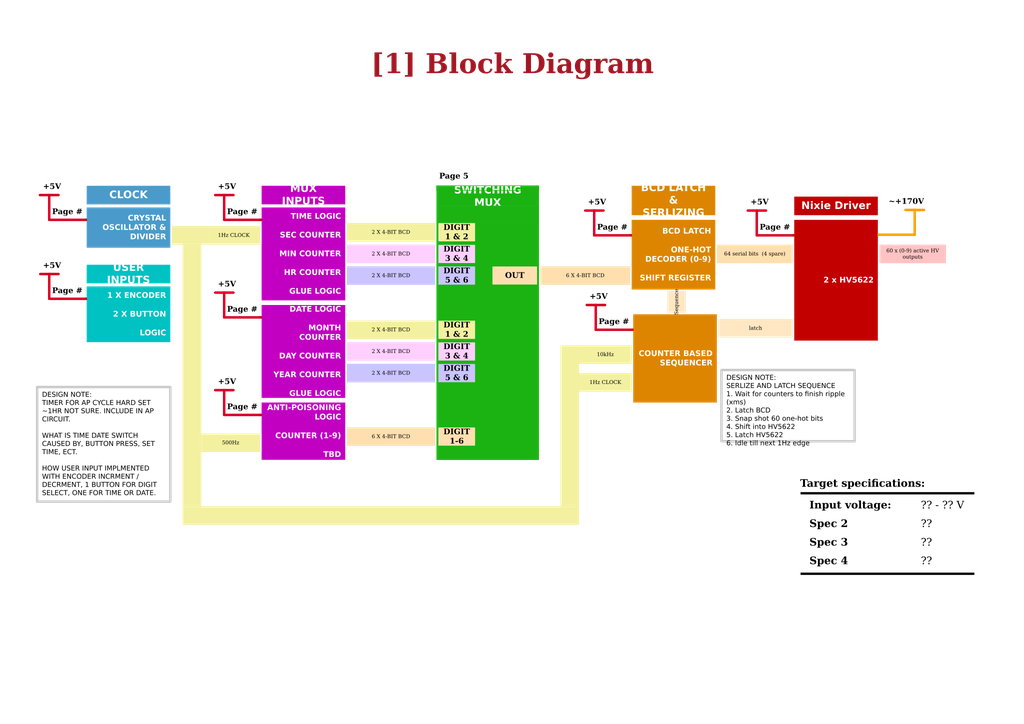
<source format=kicad_sch>
(kicad_sch
	(version 20250114)
	(generator "eeschema")
	(generator_version "9.0")
	(uuid "d4440dba-022e-49b2-97f2-6fc1871c7304")
	(paper "A3")
	(title_block
		(title "Block Diagram")
		(date "2025-01-12")
		(rev "${REVISION}")
		(company "${COMPANY}")
	)
	(lib_symbols)
	(rectangle
		(start 258.445 96.139)
		(end 259.08 96.901)
		(stroke
			(width 0.25)
			(type solid)
			(color 194 0 0 1)
		)
		(fill
			(type color)
			(color 194 0 0 1)
		)
		(uuid 06a90da7-9a86-4843-9c8a-d187caf814ab)
	)
	(rectangle
		(start -42.418 63.119)
		(end -41.783 63.881)
		(stroke
			(width 0.25)
			(type solid)
			(color 255 153 0 1)
		)
		(fill
			(type color)
			(color 255 153 0 1)
		)
		(uuid 12a8f300-c059-4689-9da2-e775c9b7b222)
	)
	(rectangle
		(start 201.93 116.84)
		(end 220.345 183.515)
		(stroke
			(width 0)
			(type default)
			(color 26 179 18 1)
		)
		(fill
			(type color)
			(color 26 179 18 1)
		)
		(uuid 184d4c8d-69e2-411d-8aa5-786395eeddab)
	)
	(rectangle
		(start 179.07 76.2)
		(end 220.98 78.105)
		(stroke
			(width 0.254)
			(type default)
			(color 26 179 18 1)
		)
		(fill
			(type color)
			(color 26 179 18 1)
		)
		(uuid 1c38ab9f-78ac-4525-a905-692b68e0d7be)
	)
	(rectangle
		(start 34.925 122.174)
		(end 35.56 122.936)
		(stroke
			(width 0.25)
			(type solid)
			(color 194 0 0 1)
		)
		(fill
			(type color)
			(color 194 0 0 1)
		)
		(uuid 1ce6bc3d-6cf6-426b-aac5-6f63634d0420)
	)
	(rectangle
		(start 360.045 95.885)
		(end 360.68 96.647)
		(stroke
			(width 0.25)
			(type solid)
			(color 255 153 0 1)
		)
		(fill
			(type color)
			(color 255 153 0 1)
		)
		(uuid 273dad30-1f13-4382-9856-ea5127a4a64b)
	)
	(rectangle
		(start 179.705 116.84)
		(end 220.345 131.445)
		(stroke
			(width 0)
			(type default)
			(color 26 179 18 1)
		)
		(fill
			(type color)
			(color 26 179 18 1)
		)
		(uuid 33939e83-1742-40c8-b78d-5af3b914ab31)
	)
	(rectangle
		(start -59.055 179.959)
		(end -58.42 180.721)
		(stroke
			(width 0.25)
			(type default)
			(color 162 155 0 1)
		)
		(fill
			(type color)
			(color 162 155 0 1)
		)
		(uuid 3b840477-c973-44d9-8a43-b3feac50c6bc)
	)
	(rectangle
		(start 220.345 76.2)
		(end 220.98 188.595)
		(stroke
			(width 0)
			(type default)
			(color 26 179 18 1)
		)
		(fill
			(type color)
			(color 26 179 18 1)
		)
		(uuid 43ad7506-e0d7-49b6-972c-517451df1dd9)
	)
	(rectangle
		(start -73.787 63.119)
		(end -73.152 63.881)
		(stroke
			(width 0.25)
			(type solid)
			(color 194 0 194 1)
		)
		(fill
			(type color)
			(color 194 0 194 1)
		)
		(uuid 4c6cb9bc-6ebc-49a3-893d-9406d03eb74b)
	)
	(rectangle
		(start 179.705 182.88)
		(end 220.345 188.595)
		(stroke
			(width 0)
			(type default)
			(color 26 179 18 1)
		)
		(fill
			(type color)
			(color 26 179 18 1)
		)
		(uuid 5b8a041f-77a3-4fa3-8060-556bb091b3c3)
	)
	(rectangle
		(start 106.68 169.799)
		(end 107.315 170.561)
		(stroke
			(width 0.25)
			(type solid)
			(color 194 0 0 1)
		)
		(fill
			(type color)
			(color 194 0 0 1)
		)
		(uuid 68b86a88-9a2a-4b84-96e0-774369b298d9)
	)
	(rectangle
		(start 259.08 134.874)
		(end 259.715 135.636)
		(stroke
			(width 0.25)
			(type solid)
			(color 194 0 0 1)
		)
		(fill
			(type color)
			(color 194 0 0 1)
		)
		(uuid 69dc4566-730b-4a9b-a2a7-5343808baa86)
	)
	(rectangle
		(start -73.025 74.93)
		(end -42.545 90.17)
		(stroke
			(width 0)
			(type default)
			(color 255 200 0 0.5019607843)
		)
		(fill
			(type color)
			(color 255 200 0 0.5019607843)
		)
		(uuid 6d27083e-baf9-459e-b0dc-430395e74362)
	)
	(rectangle
		(start 34.925 89.789)
		(end 35.56 90.551)
		(stroke
			(width 0.25)
			(type solid)
			(color 194 0 0 1)
		)
		(fill
			(type color)
			(color 194 0 0 1)
		)
		(uuid 70402685-b75b-4b36-9a72-62f7d7d97bb6)
	)
	(rectangle
		(start 179.705 107.95)
		(end 220.345 109.22)
		(stroke
			(width 0)
			(type default)
			(color 26 179 18 1)
		)
		(fill
			(type color)
			(color 26 179 18 1)
		)
		(uuid 74c5f5ac-510e-4c99-8e0e-ca2d145a7687)
	)
	(rectangle
		(start 194.945 91.44)
		(end 201.93 182.88)
		(stroke
			(width 0)
			(type default)
			(color 26 179 18 1)
		)
		(fill
			(type color)
			(color 26 179 18 1)
		)
		(uuid 79f3f361-d24a-482c-aac4-fcbedc64941e)
	)
	(rectangle
		(start 179.705 147.955)
		(end 220.345 149.225)
		(stroke
			(width 0)
			(type default)
			(color 26 179 18 1)
		)
		(fill
			(type color)
			(color 26 179 18 1)
		)
		(uuid 805cb107-c99d-4c0b-abe8-aaa26bb57a4d)
	)
	(rectangle
		(start -80.645 48.26)
		(end -34.925 96.52)
		(stroke
			(width 1.27)
			(type default)
			(color 200 200 200 1)
		)
		(fill
			(type none)
		)
		(uuid 897139e0-9c3f-4923-b42e-05cc6d59978b)
	)
	(rectangle
		(start -90.043 85.09)
		(end -89.027 85.852)
		(stroke
			(width 0.001)
			(type default)
			(color 0 0 0 1)
		)
		(fill
			(type color)
			(color 0 0 0 1)
		)
		(uuid 8fb245d6-696e-46a9-aee0-fc71b1bd2811)
	)
	(rectangle
		(start -73.787 82.169)
		(end -73.152 82.931)
		(stroke
			(width 0.25)
			(type solid)
			(color 194 0 194 1)
		)
		(fill
			(type color)
			(color 194 0 194 1)
		)
		(uuid 926c14cd-51d6-4183-83aa-3acd3f364634)
	)
	(rectangle
		(start 328.422 234.95)
		(end 399.542 235.712)
		(stroke
			(width 0)
			(type default)
			(color 0 0 0 1)
		)
		(fill
			(type color)
			(color 0 0 0 1)
		)
		(uuid 96358351-64fb-49b9-98d4-c975a586b1c3)
	)
	(rectangle
		(start 179.705 139.065)
		(end 220.345 140.335)
		(stroke
			(width 0)
			(type default)
			(color 26 179 18 1)
		)
		(fill
			(type color)
			(color 26 179 18 1)
		)
		(uuid 9f003ee0-d678-41c9-8943-8984c9b88122)
	)
	(rectangle
		(start 179.705 156.845)
		(end 220.345 175.26)
		(stroke
			(width 0)
			(type default)
			(color 26 179 18 1)
		)
		(fill
			(type color)
			(color 26 179 18 1)
		)
		(uuid a0829d77-6f0d-4b5f-a234-3cb3747f5655)
	)
	(rectangle
		(start -42.418 82.169)
		(end -41.783 82.931)
		(stroke
			(width 0.25)
			(type default)
			(color 212 0 32 1)
		)
		(fill
			(type color)
			(color 212 0 32 1)
		)
		(uuid b511ed02-73dc-4aca-8856-32e3a0e7b2bd)
	)
	(rectangle
		(start 106.68 129.794)
		(end 107.315 130.556)
		(stroke
			(width 0.25)
			(type solid)
			(color 194 0 0 1)
		)
		(fill
			(type color)
			(color 194 0 0 1)
		)
		(uuid b9f2e5ef-b700-4338-83f0-642e7313af39)
	)
	(circle
		(center -89.535 82.55)
		(radius 1.016)
		(stroke
			(width 0)
			(type default)
			(color 198 71 194 1)
		)
		(fill
			(type color)
			(color 198 71 194 1)
		)
		(uuid c30887ce-e8b0-4e61-8035-f856b5a10339)
	)
	(rectangle
		(start 328.422 201.93)
		(end 399.542 202.692)
		(stroke
			(width 0)
			(type default)
			(color 0 0 0 1)
		)
		(fill
			(type color)
			(color 0 0 0 1)
		)
		(uuid ca4906af-4562-456f-b79d-f6f2c9056c36)
	)
	(rectangle
		(start -73.025 55.88)
		(end -42.545 71.12)
		(stroke
			(width 0)
			(type default)
			(color 255 200 0 0.5019607843)
		)
		(fill
			(type color)
			(color 255 200 0 0.5019607843)
		)
		(uuid d13c4f55-d46a-439a-a208-cbdf66d39a09)
	)
	(rectangle
		(start 179.705 99.06)
		(end 220.345 100.33)
		(stroke
			(width 0)
			(type default)
			(color 26 179 18 1)
		)
		(fill
			(type color)
			(color 26 179 18 1)
		)
		(uuid d638a22e-ba23-482a-bc2c-e646a4f2119d)
	)
	(rectangle
		(start 179.07 76.2)
		(end 179.705 188.595)
		(stroke
			(width 0)
			(type default)
			(color 26 179 18 1)
		)
		(fill
			(type color)
			(color 26 179 18 1)
		)
		(uuid dc9ef58a-3544-4871-98b7-f59b2deb6c2b)
	)
	(rectangle
		(start 201.93 91.44)
		(end 220.345 107.95)
		(stroke
			(width 0)
			(type default)
			(color 26 179 18 1)
		)
		(fill
			(type color)
			(color 26 179 18 1)
		)
		(uuid e30c19e9-67d6-4732-9ed7-5e02fda8622b)
	)
	(arc
		(start 231.14 113.03)
		(mid 231.14 113.03)
		(end 231.14 113.03)
		(stroke
			(width 0)
			(type default)
		)
		(fill
			(type none)
		)
		(uuid e91c3dd4-8c48-4760-b3e6-fb8a0aaf30fa)
	)
	(rectangle
		(start 325.12 96.139)
		(end 325.755 96.901)
		(stroke
			(width 0.25)
			(type solid)
			(color 194 0 0 1)
		)
		(fill
			(type color)
			(color 194 0 0 1)
		)
		(uuid eb924bb9-d4a1-48f0-8e8b-19adc91e1f01)
	)
	(rectangle
		(start 106.68 89.789)
		(end 107.315 90.551)
		(stroke
			(width 0.25)
			(type solid)
			(color 194 0 0 1)
		)
		(fill
			(type color)
			(color 194 0 0 1)
		)
		(uuid f29c5093-d601-4cf9-930c-aa7a1d80ce89)
	)
	(rectangle
		(start 179.705 84.455)
		(end 220.98 91.44)
		(stroke
			(width 0)
			(type default)
			(color 26 179 18 1)
		)
		(fill
			(type color)
			(color 26 179 18 1)
		)
		(uuid f6ac3050-3d82-4a34-858d-91b5402f431f)
	)
	(circle
		(center -89.535 63.5)
		(radius 1.016)
		(stroke
			(width 0)
			(type default)
			(color 198 71 194 1)
		)
		(fill
			(type color)
			(color 198 71 194 1)
		)
		(uuid fb962045-e3ad-427d-8e13-7189ce103507)
	)
	(text "+5V"
		(exclude_from_sim no)
		(at 241.173 85.09 0)
		(effects
			(font
				(face "Times New Roman")
				(size 2.286 2.286)
				(thickness 0.4572)
				(bold yes)
				(color 0 0 0 1)
			)
			(justify left bottom)
		)
		(uuid "03be31ff-671c-4c54-aa03-c272c3efeba5")
	)
	(text "+12V"
		(exclude_from_sim no)
		(at -94.615 52.07 0)
		(effects
			(font
				(face "Times New Roman")
				(size 2.286 2.286)
				(thickness 0.4572)
				(bold yes)
				(color 0 0 0 1)
			)
			(justify left bottom)
		)
		(uuid "101bf075-2779-4382-8921-8033e4839d29")
	)
	(text "+5V"
		(exclude_from_sim no)
		(at 89.408 78.74 0)
		(effects
			(font
				(face "Times New Roman")
				(size 2.286 2.286)
				(thickness 0.4572)
				(bold yes)
				(color 0 0 0 1)
			)
			(justify left bottom)
		)
		(uuid "39341b2a-1021-4196-8cb1-5d1afed5b85e")
	)
	(text "+5V"
		(exclude_from_sim no)
		(at 307.848 85.09 0)
		(effects
			(font
				(face "Times New Roman")
				(size 2.286 2.286)
				(thickness 0.4572)
				(bold yes)
				(color 0 0 0 1)
			)
			(justify left bottom)
		)
		(uuid "48c5ec7f-e7eb-442c-8af0-a6cb155673c2")
	)
	(text "DESIGN CONSIDERATIONS"
		(exclude_from_sim no)
		(at 24.13 -48.26 0)
		(effects
			(font
				(face "Arial")
				(size 5 5)
				(bold yes)
				(color 53 60 207 1)
			)
			(justify left bottom)
		)
		(uuid "664f50ee-7027-4085-a7e7-a85f0dd7b2b1")
	)
	(text "+A3V3"
		(exclude_from_sim no)
		(at -80.645 172.085 0)
		(effects
			(font
				(face "Times New Roman")
				(size 2.286 2.286)
				(thickness 0.4572)
				(bold yes)
				(color 0 0 0 1)
			)
			(justify left bottom)
		)
		(uuid "7cb39811-7e9e-4b6a-b7ed-352cfdbf227b")
	)
	(text "+5V"
		(exclude_from_sim no)
		(at 17.653 111.125 0)
		(effects
			(font
				(face "Times New Roman")
				(size 2.286 2.286)
				(thickness 0.4572)
				(bold yes)
				(color 0 0 0 1)
			)
			(justify left bottom)
		)
		(uuid "89127412-fe4a-42e4-bab3-c545ee7b32c4")
	)
	(text "+5V"
		(exclude_from_sim no)
		(at -24.765 71.12 0)
		(effects
			(font
				(face "Times New Roman")
				(size 2.286 2.286)
				(thickness 0.4572)
				(bold yes)
				(color 0 0 0 1)
			)
			(justify right bottom)
		)
		(uuid "ad6e3829-3684-4af1-9a28-ced841b0c880")
	)
	(text "+5V"
		(exclude_from_sim no)
		(at 17.653 78.74 0)
		(effects
			(font
				(face "Times New Roman")
				(size 2.286 2.286)
				(thickness 0.4572)
				(bold yes)
				(color 0 0 0 1)
			)
			(justify left bottom)
		)
		(uuid "c97acf93-22ac-44f7-a785-c33eecbc5677")
	)
	(text "+5V"
		(exclude_from_sim no)
		(at 89.408 158.75 0)
		(effects
			(font
				(face "Times New Roman")
				(size 2.286 2.286)
				(thickness 0.4572)
				(bold yes)
				(color 0 0 0 1)
			)
			(justify left bottom)
		)
		(uuid "c9a4eaa4-0a86-45c2-9ad2-92484d5dc68c")
	)
	(text "+5V"
		(exclude_from_sim no)
		(at 89.408 118.745 0)
		(effects
			(font
				(face "Times New Roman")
				(size 2.286 2.286)
				(thickness 0.4572)
				(bold yes)
				(color 0 0 0 1)
			)
			(justify left bottom)
		)
		(uuid "da08e3b8-0ff9-4bc6-9292-2aab6ca4a80b")
	)
	(text "~+170V"
		(exclude_from_sim no)
		(at 378.968 84.836 0)
		(effects
			(font
				(face "Times New Roman")
				(size 2.286 2.286)
				(thickness 0.4572)
				(bold yes)
				(color 0 0 0 1)
			)
			(justify right bottom)
		)
		(uuid "eccb7405-8924-48c7-84a7-84602260a3b9")
	)
	(text "+5V"
		(exclude_from_sim no)
		(at 241.808 123.825 0)
		(effects
			(font
				(face "Times New Roman")
				(size 2.286 2.286)
				(thickness 0.4572)
				(bold yes)
				(color 0 0 0 1)
			)
			(justify left bottom)
		)
		(uuid "f5ed18c5-07cc-42a1-9140-04347d94a35e")
	)
	(text "~+170V"
		(exclude_from_sim no)
		(at -23.495 52.07 0)
		(effects
			(font
				(face "Times New Roman")
				(size 2.286 2.286)
				(thickness 0.4572)
				(bold yes)
				(color 0 0 0 1)
			)
			(justify right bottom)
		)
		(uuid "f6a5ad4b-42cb-4635-94fa-d83f0234055d")
	)
	(text_box ""
		(exclude_from_sim no)
		(at 74.93 207.645 0)
		(size 162.56 7.62)
		(margins 1.7144 1.7144 1.7144 1.7144)
		(stroke
			(width -0.0001)
			(type solid)
		)
		(fill
			(type color)
			(color 243 240 160 1)
		)
		(effects
			(font
				(face "Times New Roman")
				(size 1.524 1.524)
				(italic yes)
				(color 0 0 0 1)
			)
		)
		(uuid "053416e3-af94-4a7f-b7e9-b12bd7f3d421")
	)
	(text_box "2 x HV5622"
		(exclude_from_sim no)
		(at 325.755 90.17 0)
		(size 34.29 49.53)
		(margins 1.7144 1.7144 1.7144 1.7144)
		(stroke
			(width -0.0001)
			(type solid)
		)
		(fill
			(type color)
			(color 194 0 0 1)
		)
		(effects
			(font
				(face "Arial")
				(size 2.286 2.286)
				(bold yes)
				(color 255 255 255 1)
			)
			(justify right)
		)
		(uuid "075e9859-4258-4e2f-9401-17a638ee67f7")
	)
	(text_box "10kHz"
		(exclude_from_sim no)
		(at 237.49 141.605 0)
		(size 21.59 7.62)
		(margins 1.7144 1.7144 1.7144 1.7144)
		(stroke
			(width -0.0001)
			(type solid)
		)
		(fill
			(type color)
			(color 243 240 160 1)
		)
		(effects
			(font
				(face "Times New Roman")
				(size 1.524 1.524)
				(italic yes)
				(color 0 0 0 1)
			)
		)
		(uuid "07602909-744f-4055-990b-5ad515bd2bab")
	)
	(text_box "BCD LATCH & SERLIZING "
		(exclude_from_sim no)
		(at 259.08 76.2 0)
		(size 34.29 12.065)
		(margins 2.2859 2.2859 2.2859 2.2859)
		(stroke
			(width -0.0001)
			(type solid)
		)
		(fill
			(type color)
			(color 221 133 0 1)
		)
		(effects
			(font
				(face "Arial")
				(size 3.048 3.048)
				(bold yes)
				(color 255 255 255 1)
			)
		)
		(uuid "08792924-1597-48a7-a535-4ea702d4e92a")
	)
	(text_box "DESIGN NOTE:\nExample text for informational design notes."
		(exclude_from_sim no)
		(at 24.13 -45.085 0)
		(size 30.48 20.32)
		(margins 2 2 2 2)
		(stroke
			(width 1)
			(type solid)
			(color 200 200 200 1)
		)
		(fill
			(type none)
		)
		(effects
			(font
				(face "Arial")
				(size 2 2)
				(color 0 0 0 1)
			)
			(justify left top)
		)
		(uuid "093dfa21-71e6-46dd-9a96-20d2a444c1cf")
	)
	(text_box "Spec 4"
		(exclude_from_sim no)
		(at 329.692 226.06 0)
		(size 44.45 7.62)
		(margins 2.2859 2.2859 2.2859 2.2859)
		(stroke
			(width -0.0001)
			(type default)
		)
		(fill
			(type none)
		)
		(effects
			(font
				(face "Times New Roman")
				(size 3.048 3.048)
				(thickness 0.4572)
				(bold yes)
				(color 0 0 0 1)
			)
			(justify left top)
		)
		(uuid "0b8fa12d-be48-46d8-a337-f14f24e9a703")
	)
	(text_box "\nBLOCK B\nBLOCK C\n\nBLOCK D"
		(exclude_from_sim no)
		(at -58.42 158.75 0)
		(size 34.29 26.67)
		(margins 1.7144 1.7144 1.7144 1.7144)
		(stroke
			(width -0.0001)
			(type default)
		)
		(fill
			(type color)
			(color 74 155 203 1)
		)
		(effects
			(font
				(face "Arial")
				(size 2.286 2.286)
				(bold yes)
				(color 255 255 255 1)
			)
			(justify right)
		)
		(uuid "0ca6e80b-6bc5-4e32-b003-d47921d4eb4e")
	)
	(text_box "DESIGN NOTE:\nTIMER FOR AP CYCLE HARD SET ~1HR NOT SURE. INCLUDE IN AP CIRCUIT.\n\nWHAT IS TIME DATE SWITCH CAUSED BY, BUTTON PRESS, SET TIME, ECT.\n\nHOW USER INPUT IMPLMENTED WITH ENCODER INCRMENT / DECRMENT, 1 BUTTON FOR DIGIT SELECT, ONE FOR TIME OR DATE."
		(exclude_from_sim no)
		(at 15.24 158.75 0)
		(size 54.61 46.99)
		(margins 2 2 2 2)
		(stroke
			(width 1)
			(type solid)
			(color 200 200 200 1)
		)
		(fill
			(type none)
		)
		(effects
			(font
				(face "Arial")
				(size 2 2)
				(color 0 0 0 1)
			)
			(justify left top)
		)
		(uuid "0d69c6a1-bc4d-45b4-b52e-70a9645d5bcb")
	)
	(text_box ""
		(exclude_from_sim no)
		(at 70.485 92.71 0)
		(size 14.605 7.62)
		(margins 1.7144 1.7144 1.7144 1.7144)
		(stroke
			(width -0.0001)
			(type solid)
		)
		(fill
			(type color)
			(color 243 240 160 1)
		)
		(effects
			(font
				(face "Times New Roman")
				(size 1.524 1.524)
				(italic yes)
				(color 0 0 0 1)
			)
		)
		(uuid "0e5f91dd-acae-4d5d-90f5-0fe2d3de6dba")
	)
	(text_box "1Hz CLOCK"
		(exclude_from_sim no)
		(at 237.49 153.035 0)
		(size 21.59 7.62)
		(margins 1.7144 1.7144 1.7144 1.7144)
		(stroke
			(width -0.0001)
			(type solid)
		)
		(fill
			(type color)
			(color 243 240 160 1)
		)
		(effects
			(font
				(face "Times New Roman")
				(size 1.524 1.524)
				(italic yes)
				(color 0 0 0 1)
			)
		)
		(uuid "111ba726-a3f1-4cd9-9d0f-7f1b940468c2")
	)
	(text_box "Page #"
		(exclude_from_sim no)
		(at 17.78 116.205 0)
		(size 17.78 5.08)
		(margins 1.7144 1.7144 1.7144 1.7144)
		(stroke
			(width -0.0001)
			(type default)
		)
		(fill
			(type none)
		)
		(effects
			(font
				(face "Times New Roman")
				(size 2.286 2.286)
				(thickness 0.4572)
				(bold yes)
				(color 0 0 0 1)
			)
			(justify right top)
		)
		(uuid "15642135-ee5d-4fbb-9a86-3d4a03d1441e")
	)
	(text_box "?? - ?? V"
		(exclude_from_sim no)
		(at 375.412 203.2 0)
		(size 24.13 7.62)
		(margins 2.2859 2.2859 2.2859 2.2859)
		(stroke
			(width -0.0001)
			(type default)
		)
		(fill
			(type none)
		)
		(effects
			(font
				(face "Times New Roman")
				(size 3.048 3.048)
				(color 0 0 0 1)
			)
			(justify left top)
		)
		(uuid "15dd005a-2a1f-436c-a9b8-4953c7e00daf")
	)
	(text_box "6 X 4-BIT BCD"
		(exclude_from_sim no)
		(at 221.615 109.22 0)
		(size 36.83 7.62)
		(margins 1.7144 1.7144 1.7144 1.7144)
		(stroke
			(width -0.0001)
			(type solid)
		)
		(fill
			(type color)
			(color 255 223 175 1)
		)
		(effects
			(font
				(face "Times New Roman")
				(size 1.524 1.524)
				(italic yes)
				(color 0 0 0 1)
			)
		)
		(uuid "1954c1ec-e6a2-4fa2-99ce-f30f25a00f26")
	)
	(text_box "64 serial bits  (4 spare)"
		(exclude_from_sim no)
		(at 294.005 100.33 0)
		(size 31.115 7.62)
		(margins 1.7144 1.7144 1.7144 1.7144)
		(stroke
			(width -0.0001)
			(type solid)
		)
		(fill
			(type color)
			(color 255 223 175 1)
		)
		(effects
			(font
				(face "Times New Roman")
				(size 1.524 1.524)
				(italic yes)
				(color 0 0 0 1)
			)
		)
		(uuid "19c7ea31-19bb-4ccd-bedc-916a936ac1c5")
	)
	(text_box "HV Boost\nMax xxx mA"
		(exclude_from_sim no)
		(at -70.485 58.42 0)
		(size 25.4 10.16)
		(margins 1.7144 1.7144 1.7144 1.7144)
		(stroke
			(width -0.0001)
			(type solid)
		)
		(fill
			(type none)
		)
		(effects
			(font
				(face "Arial")
				(size 2.286 2.286)
				(thickness 0.254)
				(bold yes)
				(color 0 0 0 1)
			)
			(justify left top)
		)
		(uuid "2663f24d-cd9a-4dae-a281-16b6b61253ad")
	)
	(text_box "??"
		(exclude_from_sim no)
		(at 375.412 226.06 0)
		(size 24.13 7.62)
		(margins 2.2859 2.2859 2.2859 2.2859)
		(stroke
			(width -0.0001)
			(type default)
		)
		(fill
			(type none)
		)
		(effects
			(font
				(face "Times New Roman")
				(size 3.048 3.048)
				(color 0 0 0 1)
			)
			(justify left top)
		)
		(uuid "286ce998-255c-48c3-a453-7c9a43b4377f")
	)
	(text_box "Page #"
		(exclude_from_sim no)
		(at 241.3 90.17 0)
		(size 17.78 5.08)
		(margins 1.7144 1.7144 1.7144 1.7144)
		(stroke
			(width -0.0001)
			(type default)
		)
		(fill
			(type none)
		)
		(effects
			(font
				(face "Times New Roman")
				(size 2.286 2.286)
				(thickness 0.4572)
				(bold yes)
				(color 0 0 0 1)
			)
			(justify right top)
		)
		(uuid "294be89d-c241-408d-ac82-18df9f162c65")
	)
	(text_box "DESIGN NOTE:\nExample text for debug notes."
		(exclude_from_sim no)
		(at 59.055 -45.085 0)
		(size 30.48 20.32)
		(margins 2 2 2 2)
		(stroke
			(width 1)
			(type solid)
			(color 255 165 0 1)
		)
		(fill
			(type none)
		)
		(effects
			(font
				(face "Arial")
				(size 2 2)
				(color 0 0 0 1)
			)
			(justify left top)
		)
		(uuid "2e573953-8588-471e-9f05-2baa9b304590")
	)
	(text_box "SWITCHING MUX"
		(exclude_from_sim no)
		(at 179.705 76.835 0)
		(size 40.64 7.62)
		(margins 2.2859 2.2859 2.2859 2.2859)
		(stroke
			(width -0.0001)
			(type solid)
		)
		(fill
			(type color)
			(color 26 179 18 1)
		)
		(effects
			(font
				(face "Arial")
				(size 3.048 3.048)
				(bold yes)
				(color 255 255 255 1)
			)
		)
		(uuid "303e44ee-abec-47f8-8dea-369c5a3e7105")
	)
	(text_box "BCD LATCH\n\nONE-HOT DECODER (0-9)\n\nSHIFT REGISTER"
		(exclude_from_sim no)
		(at 259.08 90.17 0)
		(size 34.29 28.575)
		(margins 1.7144 1.7144 1.7144 1.7144)
		(stroke
			(width -0.0001)
			(type solid)
		)
		(fill
			(type color)
			(color 221 133 0 1)
		)
		(effects
			(font
				(face "Arial")
				(size 2.286 2.286)
				(bold yes)
				(color 255 255 255 1)
			)
			(justify right)
		)
		(uuid "3876e24b-eb64-40f0-82f4-8ed551a76338")
	)
	(text_box "CRYSTAL OSCILLATOR & DIVIDER"
		(exclude_from_sim no)
		(at 35.56 85.09 0)
		(size 34.29 16.51)
		(margins 1.7144 1.7144 1.7144 1.7144)
		(stroke
			(width -0.0001)
			(type solid)
		)
		(fill
			(type color)
			(color 74 155 203 1)
		)
		(effects
			(font
				(face "Arial")
				(size 2.286 2.286)
				(bold yes)
				(color 255 255 255 1)
			)
			(justify right)
		)
		(uuid "3910b3f6-1cc5-449c-afe1-9650f7f39464")
	)
	(text_box "60 x (0-9) active HV outputs"
		(exclude_from_sim no)
		(at 360.68 100.33 0)
		(size 27.305 7.62)
		(margins 1.1429 1.1429 1.1429 1.1429)
		(stroke
			(width -0.0001)
			(type solid)
		)
		(fill
			(type color)
			(color 255 195 195 1)
		)
		(effects
			(font
				(face "Times New Roman")
				(size 1.524 1.524)
				(italic yes)
				(color 0 0 0 1)
			)
		)
		(uuid "3a94088b-fb0e-4e61-ac4e-4b2822eb3025")
	)
	(text_box "MUX INPUTS"
		(exclude_from_sim no)
		(at 107.315 76.2 0)
		(size 34.29 7.62)
		(margins 2.2859 2.2859 2.2859 2.2859)
		(stroke
			(width -0.0001)
			(type solid)
		)
		(fill
			(type color)
			(color 194 0 194 1)
		)
		(effects
			(font
				(face "Arial")
				(size 3.048 3.048)
				(bold yes)
				(color 255 255 255 1)
			)
		)
		(uuid "3e87b546-b6dc-4fa4-9348-4f1c2934ca37")
	)
	(text_box "Page #"
		(exclude_from_sim no)
		(at 17.78 83.82 0)
		(size 17.78 5.08)
		(margins 1.7144 1.7144 1.7144 1.7144)
		(stroke
			(width -0.0001)
			(type default)
		)
		(fill
			(type none)
		)
		(effects
			(font
				(face "Times New Roman")
				(size 2.286 2.286)
				(thickness 0.4572)
				(bold yes)
				(color 0 0 0 1)
			)
			(justify right top)
		)
		(uuid "437beeb4-8fab-4629-8a22-68c4be7a2c41")
	)
	(text_box ""
		(exclude_from_sim no)
		(at 74.93 100.33 90)
		(size 7.62 107.315)
		(margins 1.7144 1.7144 1.7144 1.7144)
		(stroke
			(width -0.0001)
			(type solid)
		)
		(fill
			(type color)
			(color 243 240 160 1)
		)
		(effects
			(font
				(face "Times New Roman")
				(size 1.524 1.524)
				(italic yes)
				(color 0 0 0 1)
			)
		)
		(uuid "450d164f-20cb-411f-ad98-7b1c88cb7647")
	)
	(text_box "DIGIT 5 & 6"
		(exclude_from_sim no)
		(at 179.705 149.225 0)
		(size 15.24 7.62)
		(margins 1.7144 1.7144 1.7144 1.7144)
		(stroke
			(width -0.0001)
			(type solid)
		)
		(fill
			(type color)
			(color 202 196 255 1)
		)
		(effects
			(font
				(face "Times New Roman")
				(size 2.286 2.286)
				(bold yes)
				(color 0 0 0 1)
			)
		)
		(uuid "455b529d-2342-41b7-ba50-14f31273f6c0")
	)
	(text_box "Page #"
		(exclude_from_sim no)
		(at 307.975 90.17 0)
		(size 17.78 5.08)
		(margins 1.7144 1.7144 1.7144 1.7144)
		(stroke
			(width -0.0001)
			(type default)
		)
		(fill
			(type none)
		)
		(effects
			(font
				(face "Times New Roman")
				(size 2.286 2.286)
				(thickness 0.4572)
				(bold yes)
				(color 0 0 0 1)
			)
			(justify right top)
		)
		(uuid "506c17c2-9ed0-4dd5-871a-fbc99df35ab8")
	)
	(text_box "Page #"
		(exclude_from_sim no)
		(at 89.535 163.83 0)
		(size 17.78 5.08)
		(margins 1.7144 1.7144 1.7144 1.7144)
		(stroke
			(width -0.0001)
			(type default)
		)
		(fill
			(type none)
		)
		(effects
			(font
				(face "Times New Roman")
				(size 2.286 2.286)
				(thickness 0.4572)
				(bold yes)
				(color 0 0 0 1)
			)
			(justify right top)
		)
		(uuid "5b1d78d2-13b4-4123-9d5c-f13da0f08025")
	)
	(text_box "Port Name"
		(exclude_from_sim no)
		(at -66.04 249.555 0)
		(size 31.75 7.62)
		(margins 1.7144 1.7144 1.7144 1.7144)
		(stroke
			(width -0.0001)
			(type default)
		)
		(fill
			(type color)
			(color 243 240 160 1)
		)
		(effects
			(font
				(face "Times New Roman")
				(size 2.286 2.286)
				(italic yes)
				(color 0 0 0 1)
			)
		)
		(uuid "5ce5a322-8350-4910-8fa8-1f7f1d462e6a")
	)
	(text_box "Sequence"
		(exclude_from_sim no)
		(at 273.685 119.38 90)
		(size 7.62 8.89)
		(margins 1.1429 1.1429 1.1429 1.1429)
		(stroke
			(width -0.0001)
			(type solid)
		)
		(fill
			(type color)
			(color 255 231 195 1)
		)
		(effects
			(font
				(face "Times New Roman")
				(size 1.524 1.524)
				(italic yes)
				(color 0 0 0 1)
			)
		)
		(uuid "5f4a2d80-9818-43e5-9ca8-d8665fb36805")
	)
	(text_box "Page #"
		(exclude_from_sim no)
		(at 89.535 123.825 0)
		(size 17.78 5.08)
		(margins 1.7144 1.7144 1.7144 1.7144)
		(stroke
			(width -0.0001)
			(type default)
		)
		(fill
			(type none)
		)
		(effects
			(font
				(face "Times New Roman")
				(size 2.286 2.286)
				(thickness 0.4572)
				(bold yes)
				(color 0 0 0 1)
			)
			(justify right top)
		)
		(uuid "64846197-25b0-465e-a2cb-6bd6b049e04d")
	)
	(text_box "2 X 4-BIT BCD"
		(exclude_from_sim no)
		(at 142.24 131.445 0)
		(size 36.195 7.62)
		(margins 1.7144 1.7144 1.7144 1.7144)
		(stroke
			(width -0.0001)
			(type solid)
		)
		(fill
			(type color)
			(color 243 240 160 1)
		)
		(effects
			(font
				(face "Times New Roman")
				(size 1.524 1.524)
				(italic yes)
				(color 0 0 0 1)
			)
		)
		(uuid "64ffc59d-b7f2-4d5a-93cb-fd10c6653bd2")
	)
	(text_box "LAYOUT NOTE:\nExample text for critical layout guidelines."
		(exclude_from_sim no)
		(at 163.83 -45.085 0)
		(size 30.48 20.32)
		(margins 2.25 2.25 2.25 2.25)
		(stroke
			(width 1.5)
			(type solid)
			(color 0 0 255 1)
		)
		(fill
			(type none)
		)
		(effects
			(font
				(face "Arial")
				(size 2 2)
				(thickness 0.4)
				(bold yes)
				(color 0 0 255 1)
			)
			(justify left top)
		)
		(uuid "6ac9a1f3-1f43-4462-8329-a7c0d058ebf8")
	)
	(text_box "Page #"
		(exclude_from_sim no)
		(at 89.535 83.82 0)
		(size 17.78 5.08)
		(margins 1.7144 1.7144 1.7144 1.7144)
		(stroke
			(width -0.0001)
			(type default)
		)
		(fill
			(type none)
		)
		(effects
			(font
				(face "Times New Roman")
				(size 2.286 2.286)
				(thickness 0.4572)
				(bold yes)
				(color 0 0 0 1)
			)
			(justify right top)
		)
		(uuid "6f4df2c0-b2b2-4d40-9a35-d9418bb2bb1d")
	)
	(text_box "Page #"
		(exclude_from_sim no)
		(at -76.2 186.69 0)
		(size 17.78 5.08)
		(margins 1.7144 1.7144 1.7144 1.7144)
		(stroke
			(width -0.0001)
			(type default)
		)
		(fill
			(type none)
		)
		(effects
			(font
				(face "Times New Roman")
				(size 2.286 2.286)
				(thickness 0.4572)
				(bold yes)
				(color 0 0 0 1)
			)
			(justify right top)
			(href "#")
		)
		(uuid "71234750-6a94-4706-b48c-45e77bb2fa83")
	)
	(text_box "COUNTER BASED SEQUENCER"
		(exclude_from_sim no)
		(at 259.715 128.905 0)
		(size 34.29 36.195)
		(margins 1.7144 1.7144 1.7144 1.7144)
		(stroke
			(width -0.0001)
			(type solid)
		)
		(fill
			(type color)
			(color 221 133 0 1)
		)
		(effects
			(font
				(face "Arial")
				(size 2.286 2.286)
				(bold yes)
				(color 255 255 255 1)
			)
			(justify right)
		)
		(uuid "7353f8db-da3f-407d-83ab-422559c4d15e")
	)
	(text_box "[${#}] ${TITLE}"
		(exclude_from_sim no)
		(at 144.78 20.32 0)
		(size 130.81 12.7)
		(margins 5.9999 5.9999 5.9999 5.9999)
		(stroke
			(width -0.0001)
			(type default)
		)
		(fill
			(type none)
		)
		(effects
			(font
				(face "Times New Roman")
				(size 8 8)
				(thickness 1.2)
				(bold yes)
				(color 162 22 34 1)
			)
		)
		(uuid "73b2b29c-2473-4e80-be0b-4f57c6856c3e")
	)
	(text_box "DESIGN NOTE:\nExample text for critical design notes."
		(exclude_from_sim no)
		(at 128.905 -45.085 0)
		(size 30.48 20.32)
		(margins 2.25 2.25 2.25 2.25)
		(stroke
			(width 1.5)
			(type solid)
			(color 255 0 0 1)
		)
		(fill
			(type none)
		)
		(effects
			(font
				(face "Arial")
				(size 2 2)
				(thickness 0.4)
				(bold yes)
				(color 255 0 0 1)
			)
			(justify left top)
		)
		(uuid "7536fb3b-a1e2-44bf-b390-dceba1285053")
	)
	(text_box "??"
		(exclude_from_sim no)
		(at 375.412 210.82 0)
		(size 24.13 7.62)
		(margins 2.2859 2.2859 2.2859 2.2859)
		(stroke
			(width -0.0001)
			(type default)
		)
		(fill
			(type none)
		)
		(effects
			(font
				(face "Times New Roman")
				(size 3.048 3.048)
				(color 0 0 0 1)
			)
			(justify left top)
		)
		(uuid "79a60212-4382-435d-b74b-f889451ff3a1")
	)
	(text_box "Input voltage:"
		(exclude_from_sim no)
		(at 329.692 203.2 0)
		(size 41.91 7.62)
		(margins 2.2859 2.2859 2.2859 2.2859)
		(stroke
			(width -0.0001)
			(type default)
		)
		(fill
			(type none)
		)
		(effects
			(font
				(face "Times New Roman")
				(size 3.048 3.048)
				(thickness 0.4572)
				(bold yes)
				(color 0 0 0 1)
			)
			(justify left top)
		)
		(uuid "7a48ef1e-fc21-4f84-87ab-2b944a808bd0")
	)
	(text_box "CLOCK"
		(exclude_from_sim no)
		(at 35.56 76.2 0)
		(size 34.29 7.62)
		(margins 2.2859 2.2859 2.2859 2.2859)
		(stroke
			(width -0.0001)
			(type solid)
		)
		(fill
			(type color)
			(color 74 155 203 1)
		)
		(effects
			(font
				(face "Arial")
				(size 3.048 3.048)
				(bold yes)
				(color 255 255 255 1)
			)
		)
		(uuid "7a77dff7-2b2f-4cc0-b247-3708c3bf73e3")
	)
	(text_box "Port Name"
		(exclude_from_sim no)
		(at -114.3 246.38 0)
		(size 34.29 7.62)
		(margins 1.7144 1.7144 1.7144 1.7144)
		(stroke
			(width -0.0001)
			(type default)
		)
		(fill
			(type color)
			(color 255 207 255 1)
		)
		(effects
			(font
				(face "Times New Roman")
				(size 2.286 2.286)
				(italic yes)
				(color 0 0 0 1)
			)
		)
		(uuid "84849006-fb86-4477-a3f4-4ca49bfeb231")
	)
	(text_box "DESIGN NOTE:\nExample text for cautionary design notes."
		(exclude_from_sim no)
		(at 93.98 -45.085 0)
		(size 30.48 20.32)
		(margins 2 2 2 2)
		(stroke
			(width 1)
			(type solid)
			(color 250 236 0 1)
		)
		(fill
			(type none)
		)
		(effects
			(font
				(face "Arial")
				(size 2 2)
				(color 0 0 0 1)
			)
			(justify left top)
		)
		(uuid "84e344d2-cbd1-4d83-bed0-f10e949015d3")
	)
	(text_box "USER INPUTS"
		(exclude_from_sim no)
		(at 35.56 108.585 0)
		(size 34.29 7.62)
		(margins 2.2859 2.2859 2.2859 2.2859)
		(stroke
			(width -0.0001)
			(type solid)
		)
		(fill
			(type color)
			(color 0 194 194 1)
		)
		(effects
			(font
				(face "Arial")
				(size 3.048 3.048)
				(bold yes)
				(color 255 255 255 1)
			)
		)
		(uuid "86adaf35-d906-4de9-908a-64a8d7118d6b")
	)
	(text_box "Page #"
		(exclude_from_sim no)
		(at -76.2 158.75 0)
		(size 17.78 5.08)
		(margins 1.7144 1.7144 1.7144 1.7144)
		(stroke
			(width -0.0001)
			(type default)
		)
		(fill
			(type none)
		)
		(effects
			(font
				(face "Times New Roman")
				(size 2.286 2.286)
				(thickness 0.4572)
				(bold yes)
				(color 0 0 0 1)
			)
			(justify right top)
		)
		(uuid "87f20548-41ba-4502-b504-e75401f699bf")
	)
	(text_box "DATE LOGIC\n\nMONTH COUNTER\n\nDAY COUNTER\n\nYEAR COUNTER\n\nGLUE LOGIC"
		(exclude_from_sim no)
		(at 107.315 125.095 0)
		(size 34.29 38.1)
		(margins 1.7144 1.7144 1.7144 1.7144)
		(stroke
			(width -0.0001)
			(type solid)
		)
		(fill
			(type color)
			(color 194 0 194 1)
		)
		(effects
			(font
				(face "Arial")
				(size 2.286 2.286)
				(bold yes)
				(color 255 255 255 1)
			)
			(justify right)
		)
		(uuid "883e405a-4572-4760-8eb4-84fc8fada71b")
	)
	(text_box "DIGIT 5 & 6"
		(exclude_from_sim no)
		(at 179.705 109.22 0)
		(size 15.24 7.62)
		(margins 1.7144 1.7144 1.7144 1.7144)
		(stroke
			(width -0.0001)
			(type solid)
		)
		(fill
			(type color)
			(color 202 196 255 1)
		)
		(effects
			(font
				(face "Times New Roman")
				(size 2.286 2.286)
				(bold yes)
				(color 0 0 0 1)
			)
		)
		(uuid "88cc83e7-7bb4-4d6b-9595-b9e1bee5e04b")
	)
	(text_box "6 X 4-BIT BCD"
		(exclude_from_sim no)
		(at 142.24 175.26 0)
		(size 36.195 7.62)
		(margins 1.7144 1.7144 1.7144 1.7144)
		(stroke
			(width -0.0001)
			(type solid)
		)
		(fill
			(type color)
			(color 255 223 175 1)
		)
		(effects
			(font
				(face "Times New Roman")
				(size 1.524 1.524)
				(italic yes)
				(color 0 0 0 1)
			)
		)
		(uuid "90c91df8-b488-49ca-84cb-d8c1a01cea6f")
	)
	(text_box "Target specifications:"
		(exclude_from_sim no)
		(at 325.882 194.31 0)
		(size 73.66 7.62)
		(margins 2.2859 2.2859 2.2859 2.2859)
		(stroke
			(width -0.0001)
			(type default)
		)
		(fill
			(type none)
		)
		(effects
			(font
				(face "Times New Roman")
				(size 3.048 3.048)
				(thickness 0.4572)
				(bold yes)
				(color 0 0 0 1)
			)
			(justify left top)
		)
		(uuid "92d1b8db-5c65-4f81-bd38-95477ba2f196")
	)
	(text_box "500Hz"
		(exclude_from_sim no)
		(at 82.55 177.8 0)
		(size 24.13 7.62)
		(margins 1.7144 1.7144 1.7144 1.7144)
		(stroke
			(width -0.0001)
			(type solid)
		)
		(fill
			(type color)
			(color 243 240 160 1)
		)
		(effects
			(font
				(face "Times New Roman")
				(size 1.524 1.524)
				(italic yes)
				(color 0 0 0 1)
			)
		)
		(uuid "92d5f947-f77b-44c6-a843-023f2ce04ffb")
	)
	(text_box "2 X 4-BIT BCD"
		(exclude_from_sim no)
		(at 142.24 149.225 0)
		(size 36.195 7.62)
		(margins 1.7144 1.7144 1.7144 1.7144)
		(stroke
			(width -0.0001)
			(type solid)
		)
		(fill
			(type color)
			(color 202 196 255 1)
		)
		(effects
			(font
				(face "Times New Roman")
				(size 1.524 1.524)
				(italic yes)
				(color 0 0 0 1)
			)
		)
		(uuid "93e3a7b4-294f-44b7-9915-daebaa457e74")
	)
	(text_box "DIGIT 3 & 4"
		(exclude_from_sim no)
		(at 179.705 100.33 0)
		(size 15.24 7.62)
		(margins 1.7144 1.7144 1.7144 1.7144)
		(stroke
			(width -0.0001)
			(type solid)
		)
		(fill
			(type color)
			(color 255 207 255 1)
		)
		(effects
			(font
				(face "Times New Roman")
				(size 2.286 2.286)
				(bold yes)
				(color 0 0 0 1)
			)
		)
		(uuid "99de4852-1e6a-43c2-80a3-f90f994ca547")
	)
	(text_box "Port Name"
		(exclude_from_sim no)
		(at -73.025 261.62 0)
		(size 40.64 7.62)
		(margins 1.7144 1.7144 1.7144 1.7144)
		(stroke
			(width -0.0001)
			(type default)
		)
		(fill
			(type color)
			(color 243 240 160 1)
		)
		(effects
			(font
				(face "Times New Roman")
				(size 2.286 2.286)
				(italic yes)
				(color 0 0 0 1)
			)
		)
		(uuid "9f20ae52-6c21-4c39-bd5b-0dd4e6ac30ac")
	)
	(text_box "Page #"
		(exclude_from_sim no)
		(at 241.935 128.905 0)
		(size 17.78 5.08)
		(margins 1.7144 1.7144 1.7144 1.7144)
		(stroke
			(width -0.0001)
			(type default)
		)
		(fill
			(type none)
		)
		(effects
			(font
				(face "Times New Roman")
				(size 2.286 2.286)
				(thickness 0.4572)
				(bold yes)
				(color 0 0 0 1)
			)
			(justify right top)
		)
		(uuid "a07d1b42-76dc-4ee4-933f-bdce6768136e")
	)
	(text_box ""
		(exclude_from_sim no)
		(at 229.87 141.605 90)
		(size 7.62 66.04)
		(margins 1.7144 1.7144 1.7144 1.7144)
		(stroke
			(width -0.0001)
			(type solid)
		)
		(fill
			(type color)
			(color 243 240 160 1)
		)
		(effects
			(font
				(face "Times New Roman")
				(size 1.524 1.524)
				(italic yes)
				(color 0 0 0 1)
			)
		)
		(uuid "a2e5d423-d7ad-466b-b927-db835240e6a9")
	)
	(text_box "DIGIT 1-6"
		(exclude_from_sim no)
		(at 179.705 175.26 0)
		(size 15.24 7.62)
		(margins 1.7144 1.7144 1.7144 1.7144)
		(stroke
			(width -0.0001)
			(type solid)
		)
		(fill
			(type color)
			(color 255 223 175 1)
		)
		(effects
			(font
				(face "Times New Roman")
				(size 2.286 2.286)
				(bold yes)
				(color 0 0 0 1)
			)
		)
		(uuid "a8cbca1f-5890-4348-9c6e-906daf7bcb3b")
	)
	(text_box "Spec 3"
		(exclude_from_sim no)
		(at 329.692 218.44 0)
		(size 41.91 7.62)
		(margins 2.2859 2.2859 2.2859 2.2859)
		(stroke
			(width -0.0001)
			(type default)
		)
		(fill
			(type none)
		)
		(effects
			(font
				(face "Times New Roman")
				(size 3.048 3.048)
				(thickness 0.4572)
				(bold yes)
				(color 0 0 0 1)
			)
			(justify left top)
		)
		(uuid "a94bbe48-2b5a-4095-ae3e-6304ba06e582")
	)
	(text_box "??"
		(exclude_from_sim no)
		(at 375.412 218.44 0)
		(size 24.13 7.62)
		(margins 2.2859 2.2859 2.2859 2.2859)
		(stroke
			(width -0.0001)
			(type default)
		)
		(fill
			(type none)
		)
		(effects
			(font
				(face "Times New Roman")
				(size 3.048 3.048)
				(color 0 0 0 1)
			)
			(justify left top)
		)
		(uuid "a9743942-0f35-4d97-920c-63913a3a8cf5")
	)
	(text_box "Spec 2"
		(exclude_from_sim no)
		(at 329.692 210.82 0)
		(size 43.18 7.62)
		(margins 2.2859 2.2859 2.2859 2.2859)
		(stroke
			(width -0.0001)
			(type default)
		)
		(fill
			(type none)
		)
		(effects
			(font
				(face "Times New Roman")
				(size 3.048 3.048)
				(thickness 0.4572)
				(bold yes)
				(color 0 0 0 1)
			)
			(justify left top)
		)
		(uuid "acb13397-22c2-4daa-8b50-96cfdf3951b7")
	)
	(text_box "2 X 4-BIT BCD"
		(exclude_from_sim no)
		(at 142.24 109.22 0)
		(size 36.195 7.62)
		(margins 1.7144 1.7144 1.7144 1.7144)
		(stroke
			(width -0.0001)
			(type solid)
		)
		(fill
			(type color)
			(color 202 196 255 1)
		)
		(effects
			(font
				(face "Times New Roman")
				(size 1.524 1.524)
				(italic yes)
				(color 0 0 0 1)
			)
		)
		(uuid "af8ccecd-3cac-4bbf-80fb-59284e647408")
	)
	(text_box "2 X 4-BIT BCD"
		(exclude_from_sim no)
		(at 142.24 91.44 0)
		(size 36.195 7.62)
		(margins 1.7144 1.7144 1.7144 1.7144)
		(stroke
			(width -0.0001)
			(type solid)
		)
		(fill
			(type color)
			(color 243 240 160 1)
		)
		(effects
			(font
				(face "Times New Roman")
				(size 1.524 1.524)
				(italic yes)
				(color 0 0 0 1)
			)
		)
		(uuid "b37ca328-11f5-429e-b9dc-08229a7382eb")
	)
	(text_box "DIGIT 1 & 2"
		(exclude_from_sim no)
		(at 179.705 91.44 0)
		(size 15.24 7.62)
		(margins 1.7144 1.7144 1.7144 1.7144)
		(stroke
			(width -0.0001)
			(type solid)
		)
		(fill
			(type color)
			(color 243 240 160 1)
		)
		(effects
			(font
				(face "Times New Roman")
				(size 2.286 2.286)
				(bold yes)
				(color 0 0 0 1)
			)
		)
		(uuid "b718a613-50e2-4e59-ad8f-81f389012f74")
	)
	(text_box "Nixie Driver"
		(exclude_from_sim no)
		(at 325.755 80.645 0)
		(size 34.29 7.62)
		(margins 2.2859 2.2859 2.2859 2.2859)
		(stroke
			(width -0.0001)
			(type solid)
		)
		(fill
			(type color)
			(color 194 0 0 1)
		)
		(effects
			(font
				(face "Arial")
				(size 3.048 3.048)
				(bold yes)
				(color 255 255 255 1)
			)
		)
		(uuid "bdfee48f-f867-4503-8ad6-e831a000c2c7")
	)
	(text_box "Port Name"
		(exclude_from_sim no)
		(at -135.255 266.7 0)
		(size 39.37 7.62)
		(margins 1.7144 1.7144 1.7144 1.7144)
		(stroke
			(width -0.0001)
			(type default)
		)
		(fill
			(type color)
			(color 202 196 255 1)
		)
		(effects
			(font
				(face "Times New Roman")
				(size 2.286 2.286)
				(italic yes)
				(color 0 0 0 1)
			)
		)
		(uuid "be16dbe1-3641-4384-b37c-5e66a5e92800")
	)
	(text_box "Logic Supply\nMax xxx mA"
		(exclude_from_sim no)
		(at -70.485 77.47 0)
		(size 25.4 10.16)
		(margins 1.7144 1.7144 1.7144 1.7144)
		(stroke
			(width -0.0001)
			(type solid)
		)
		(fill
			(type none)
		)
		(effects
			(font
				(face "Arial")
				(size 2.286 2.286)
				(thickness 0.254)
				(bold yes)
				(color 0 0 0 1)
			)
			(justify left top)
		)
		(uuid "c57b2792-b5b6-4248-8bcf-18760935fbf0")
	)
	(text_box "TIME LOGIC\n\nSEC COUNTER\n\nMIN COUNTER\n\nHR COUNTER\n\nGLUE LOGIC"
		(exclude_from_sim no)
		(at 107.315 85.09 0)
		(size 34.29 38.1)
		(margins 1.7144 1.7144 1.7144 1.7144)
		(stroke
			(width -0.0001)
			(type solid)
		)
		(fill
			(type color)
			(color 194 0 194 1)
		)
		(effects
			(font
				(face "Arial")
				(size 2.286 2.286)
				(bold yes)
				(color 255 255 255 1)
			)
			(justify right)
		)
		(uuid "c918c09a-3d87-4b8f-bee1-b1570c767683")
	)
	(text_box "1 X ENCODER\n\n2 X BUTTON\n\nLOGIC"
		(exclude_from_sim no)
		(at 35.56 117.475 0)
		(size 34.29 22.86)
		(margins 1.7144 1.7144 1.7144 1.7144)
		(stroke
			(width -0.0001)
			(type solid)
		)
		(fill
			(type color)
			(color 0 194 194 1)
		)
		(effects
			(font
				(face "Arial")
				(size 2.286 2.286)
				(bold yes)
				(color 255 255 255 1)
			)
			(justify right)
		)
		(uuid "cb3ca99d-e4cc-4f45-b459-0ceefc52bd28")
	)
	(text_box "Page 4"
		(exclude_from_sim no)
		(at -81.915 41.91 0)
		(size 26.67 5.08)
		(margins 1.7144 1.7144 1.7144 1.7144)
		(stroke
			(width -0.0001)
			(type solid)
		)
		(fill
			(type none)
		)
		(effects
			(font
				(face "Times New Roman")
				(size 2.286 2.286)
				(thickness 0.4572)
				(bold yes)
				(color 0 0 0 1)
			)
			(justify left top)
			(href "#4")
		)
		(uuid "d9eed77b-8391-48bf-a073-8dcaf7ecaa31")
	)
	(text_box "2 X 4-BIT BCD"
		(exclude_from_sim no)
		(at 142.24 140.335 0)
		(size 36.195 7.62)
		(margins 1.7144 1.7144 1.7144 1.7144)
		(stroke
			(width -0.0001)
			(type solid)
		)
		(fill
			(type color)
			(color 255 207 255 1)
		)
		(effects
			(font
				(face "Times New Roman")
				(size 1.524 1.524)
				(italic yes)
				(color 0 0 0 1)
			)
		)
		(uuid "db59830f-4106-46f8-b042-ea537bf75edc")
	)
	(text_box "DESIGN NOTE:\nSERLIZE AND LATCH SEQUENCE\n1. Wait for counters to finish ripple (xms)\n2. Latch BCD\n3. Snap shot 60 one-hot bits\n4. Shift into HV5622\n5. Latch HV5622\n6. Idle till next 1Hz edge"
		(exclude_from_sim no)
		(at 295.91 151.765 0)
		(size 54.61 29.21)
		(margins 2 2 2 2)
		(stroke
			(width 1)
			(type solid)
			(color 200 200 200 1)
		)
		(fill
			(type none)
		)
		(effects
			(font
				(face "Arial")
				(size 2 2)
				(color 0 0 0 1)
			)
			(justify left top)
		)
		(uuid "e2f77abb-593b-492b-b9b1-c73122e3f7d4")
	)
	(text_box "ANTI-POISONING LOGIC\n\nCOUNTER (1-9)\n\nTBD"
		(exclude_from_sim no)
		(at 107.315 165.1 0)
		(size 34.29 23.495)
		(margins 1.7144 1.7144 1.7144 1.7144)
		(stroke
			(width -0.0001)
			(type solid)
		)
		(fill
			(type color)
			(color 194 0 194 1)
		)
		(effects
			(font
				(face "Arial")
				(size 2.286 2.286)
				(bold yes)
				(color 255 255 255 1)
			)
			(justify right)
		)
		(uuid "e4bbd5b1-dfd7-4fbd-a3c7-f2c5e5bfa234")
	)
	(text_box "Port Name"
		(exclude_from_sim no)
		(at -95.885 221.615 0)
		(size 43.18 7.62)
		(margins 1.7144 1.7144 1.7144 1.7144)
		(stroke
			(width -0.0001)
			(type default)
		)
		(fill
			(type color)
			(color 243 240 160 1)
		)
		(effects
			(font
				(face "Times New Roman")
				(size 2.286 2.286)
				(italic yes)
				(color 0 0 0 1)
			)
		)
		(uuid "e4d2bfdf-da93-4c54-800e-be869ac37023")
	)
	(text_box "2 X 4-BIT BCD"
		(exclude_from_sim no)
		(at 142.24 100.33 0)
		(size 36.195 7.62)
		(margins 1.7144 1.7144 1.7144 1.7144)
		(stroke
			(width -0.0001)
			(type solid)
		)
		(fill
			(type color)
			(color 255 207 255 1)
		)
		(effects
			(font
				(face "Times New Roman")
				(size 1.524 1.524)
				(italic yes)
				(color 0 0 0 1)
			)
		)
		(uuid "ebfe5900-7f13-4ac0-8cea-2c51e401379f")
	)
	(text_box "\nBLOCK E\n\nBLOCK F"
		(exclude_from_sim no)
		(at -58.42 186.69 0)
		(size 27.94 24.13)
		(margins 1.7144 1.7144 1.7144 1.7144)
		(stroke
			(width -0.0001)
			(type default)
		)
		(fill
			(type color)
			(color 74 155 203 1)
		)
		(effects
			(font
				(face "Arial")
				(size 2.286 2.286)
				(bold yes)
				(color 255 255 255 1)
			)
			(justify right)
		)
		(uuid "f0caa8ad-c53d-4be7-a0df-6a7fccf418bb")
	)
	(text_box "Page 5"
		(exclude_from_sim no)
		(at 178.435 69.215 0)
		(size 24.765 5.08)
		(margins 1.7144 1.7144 1.7144 1.7144)
		(stroke
			(width -0.0001)
			(type default)
		)
		(fill
			(type none)
		)
		(effects
			(font
				(face "Times New Roman")
				(size 2.286 2.286)
				(thickness 0.4572)
				(bold yes)
				(color 0 0 0 1)
			)
			(justify left top)
			(href "#5")
		)
		(uuid "f4bd87c5-f2bc-4cb7-a254-f36834bb4744")
	)
	(text_box "latch"
		(exclude_from_sim no)
		(at 294.64 130.81 0)
		(size 30.48 7.62)
		(margins 1.1429 1.1429 1.1429 1.1429)
		(stroke
			(width -0.0001)
			(type solid)
		)
		(fill
			(type color)
			(color 255 231 195 1)
		)
		(effects
			(font
				(face "Times New Roman")
				(size 1.524 1.524)
				(italic yes)
				(color 0 0 0 1)
			)
		)
		(uuid "f7f92d82-5520-4199-b08a-6f821b4e310b")
	)
	(text_box "DIGIT 3 & 4"
		(exclude_from_sim no)
		(at 179.705 140.335 0)
		(size 15.24 7.62)
		(margins 1.7144 1.7144 1.7144 1.7144)
		(stroke
			(width -0.0001)
			(type solid)
		)
		(fill
			(type color)
			(color 255 207 255 1)
		)
		(effects
			(font
				(face "Times New Roman")
				(size 2.286 2.286)
				(bold yes)
				(color 0 0 0 1)
			)
		)
		(uuid "f87064f4-5cf2-491e-bbdb-8ad7b0ae685c")
	)
	(text_box "OUT"
		(exclude_from_sim no)
		(at 201.93 109.22 0)
		(size 18.415 7.62)
		(margins 1.7144 1.7144 1.7144 1.7144)
		(stroke
			(width -0.0001)
			(type solid)
		)
		(fill
			(type color)
			(color 255 223 175 1)
		)
		(effects
			(font
				(face "Times New Roman")
				(size 2.286 2.286)
				(bold yes)
				(color 0 0 0 1)
			)
		)
		(uuid "f887b629-57a6-4b2e-9afd-fc83bb6df9fa")
	)
	(text_box "DIGIT 1 & 2"
		(exclude_from_sim no)
		(at 179.705 131.445 0)
		(size 15.24 7.62)
		(margins 1.7144 1.7144 1.7144 1.7144)
		(stroke
			(width -0.0001)
			(type solid)
		)
		(fill
			(type color)
			(color 243 240 160 1)
		)
		(effects
			(font
				(face "Times New Roman")
				(size 2.286 2.286)
				(bold yes)
				(color 0 0 0 1)
			)
		)
		(uuid "f96deef1-eed7-4c90-a2cc-90749f6621f3")
	)
	(text_box "1Hz CLOCK"
		(exclude_from_sim no)
		(at 85.09 92.71 0)
		(size 21.59 7.62)
		(margins 1.7144 1.7144 1.7144 1.7144)
		(stroke
			(width -0.0001)
			(type solid)
		)
		(fill
			(type color)
			(color 243 240 160 1)
		)
		(effects
			(font
				(face "Times New Roman")
				(size 1.524 1.524)
				(italic yes)
				(color 0 0 0 1)
			)
		)
		(uuid "fcb505c2-a1fe-47dd-8040-13fae2877765")
	)
	(polyline
		(pts
			(xy -73.533 82.55) (xy -89.535 82.55)
		)
		(stroke
			(width 1.016)
			(type default)
			(color 198 71 194 1)
		)
		(uuid "0078cbf7-9098-45ec-96f3-0b36f648924d")
	)
	(polyline
		(pts
			(xy -73.533 63.5) (xy -89.535 63.5)
		)
		(stroke
			(width 1.016)
			(type default)
			(color 198 71 194 1)
		)
		(uuid "08fc0cd0-29a2-41e6-a897-d7a6a489c1c7")
	)
	(polyline
		(pts
			(xy 20.193 112.395) (xy 24.003 112.395)
		)
		(stroke
			(width 1.016)
			(type default)
			(color 212 0 32 1)
		)
		(uuid "0d0431a7-4a8e-4489-b5a6-c9b49565f1ac")
	)
	(polyline
		(pts
			(xy 88.265 80.01) (xy 91.948 80.01)
		)
		(stroke
			(width 1.016)
			(type default)
			(color 212 0 32 1)
		)
		(uuid "145a4767-da65-4b72-b931-c2e300c7743f")
	)
	(polyline
		(pts
			(xy 106.68 130.175) (xy 91.948 130.175)
		)
		(stroke
			(width 1.016)
			(type default)
			(color 212 0 32 1)
		)
		(uuid "14bb5fb0-963f-4bb7-8362-7567b18a64c2")
	)
	(polyline
		(pts
			(xy -88.265 113.03) (xy -89.535 113.03)
		)
		(stroke
			(width 1.016)
			(type default)
			(color 0 0 0 1)
		)
		(uuid "16292375-e090-4b0a-9979-2cc082e8c0cc")
	)
	(polyline
		(pts
			(xy 244.348 125.095) (xy 248.158 125.095)
		)
		(stroke
			(width 1.016)
			(type default)
			(color 212 0 32 1)
		)
		(uuid "226bcd5c-aa4a-4fdc-ac70-8a453821086d")
	)
	(polyline
		(pts
			(xy -27.305 72.39) (xy -27.305 82.55)
		)
		(stroke
			(width 1.016)
			(type default)
			(color 212 0 32 1)
		)
		(uuid "22ecdb21-cb6c-4fea-8215-9ca181dc7654")
	)
	(polyline
		(pts
			(xy 91.948 120.015) (xy 91.948 130.175)
		)
		(stroke
			(width 1.016)
			(type default)
			(color 212 0 32 1)
		)
		(uuid "23743c75-9726-4b68-9cc2-0243c1369134")
	)
	(polyline
		(pts
			(xy 360.426 96.266) (xy 375.158 96.266)
		)
		(stroke
			(width 1.016)
			(type solid)
			(color 255 153 0 1)
		)
		(uuid "2aca52f7-e9d9-411e-963e-cde9c43dc889")
	)
	(polyline
		(pts
			(xy 106.68 170.18) (xy 91.948 170.18)
		)
		(stroke
			(width 1.016)
			(type default)
			(color 212 0 32 1)
		)
		(uuid "2b221d5b-081b-4ce2-ab24-b73c7a0bbcf7")
	)
	(polyline
		(pts
			(xy -89.535 85.598) (xy -89.535 107.95)
		)
		(stroke
			(width 1.016)
			(type default)
			(color 0 0 0 1)
		)
		(uuid "2bd63e72-c2e0-4174-99b9-37b4608d1b51")
	)
	(polyline
		(pts
			(xy 34.925 90.17) (xy 20.193 90.17)
		)
		(stroke
			(width 1.016)
			(type default)
			(color 212 0 32 1)
		)
		(uuid "2cf3b688-8bb2-4faa-87c8-13510fc74f54")
	)
	(polyline
		(pts
			(xy 91.948 80.01) (xy 95.758 80.01)
		)
		(stroke
			(width 1.016)
			(type default)
			(color 212 0 32 1)
		)
		(uuid "2ddfb7ac-7f4e-48d4-9eff-05c11dfd6068")
	)
	(polyline
		(pts
			(xy 20.193 80.01) (xy 24.003 80.01)
		)
		(stroke
			(width 1.016)
			(type default)
			(color 212 0 32 1)
		)
		(uuid "36bb4d36-c80a-4d9b-9ace-7a4625276e97")
	)
	(polyline
		(pts
			(xy 306.705 86.36) (xy 310.388 86.36)
		)
		(stroke
			(width 1.016)
			(type default)
			(color 212 0 32 1)
		)
		(uuid "36bc5f54-4e8e-4f66-9192-0cc220f342d9")
	)
	(polyline
		(pts
			(xy -27.305 53.34) (xy -27.305 63.5)
		)
		(stroke
			(width 1.016)
			(type solid)
			(color 255 153 0 1)
		)
		(uuid "3868fb89-5692-47ab-8dc3-c1768a62c47d")
	)
	(polyline
		(pts
			(xy 240.665 125.095) (xy 244.348 125.095)
		)
		(stroke
			(width 1.016)
			(type default)
			(color 212 0 32 1)
		)
		(uuid "39e56c42-e7cd-428c-bdba-941d90f77a71")
	)
	(polyline
		(pts
			(xy -23.495 72.39) (xy -27.305 72.39)
		)
		(stroke
			(width 1.016)
			(type default)
			(color 212 0 32 1)
		)
		(uuid "3ad61ad5-2501-40ac-9bf7-e665e25219ef")
	)
	(polyline
		(pts
			(xy 325.12 96.52) (xy 310.388 96.52)
		)
		(stroke
			(width 1.016)
			(type default)
			(color 212 0 32 1)
		)
		(uuid "427a21bf-ac6d-4b96-8fd1-272199a830d8")
	)
	(polyline
		(pts
			(xy -93.345 53.34) (xy -89.535 53.34)
		)
		(stroke
			(width 1.016)
			(type default)
			(color 198 71 194 1)
		)
		(uuid "46995de7-d2ae-43dc-828c-7a85c3a686f0")
	)
	(polyline
		(pts
			(xy 378.968 86.106) (xy 375.158 86.106)
		)
		(stroke
			(width 1.016)
			(type solid)
			(color 255 153 0 1)
		)
		(uuid "4d29a78f-b63a-496c-b79a-cc1725382b8e")
	)
	(polyline
		(pts
			(xy 91.948 80.01) (xy 91.948 90.17)
		)
		(stroke
			(width 1.016)
			(type default)
			(color 212 0 32 1)
		)
		(uuid "4efbed52-bca0-4938-86e4-d73e5744390a")
	)
	(polyline
		(pts
			(xy 16.383 80.01) (xy 20.193 80.01)
		)
		(stroke
			(width 1.016)
			(type default)
			(color 212 0 32 1)
		)
		(uuid "50ba37e1-aa1c-4fb7-b092-a304253c218a")
	)
	(polyline
		(pts
			(xy 34.925 122.555) (xy 20.193 122.555)
		)
		(stroke
			(width 1.016)
			(type default)
			(color 212 0 32 1)
		)
		(uuid "5f939344-ea03-4f95-ac88-4c67b5672fc9")
	)
	(polyline
		(pts
			(xy -89.535 63.5) (xy -89.535 72.39)
		)
		(stroke
			(width 1.016)
			(type default)
			(color 198 71 194 1)
		)
		(uuid "643459a2-2a93-46f1-8503-aa865b67ae0a")
	)
	(polyline
		(pts
			(xy 258.445 96.52) (xy 243.713 96.52)
		)
		(stroke
			(width 1.016)
			(type default)
			(color 212 0 32 1)
		)
		(uuid "6a202300-d4ca-41c4-a0d7-46431d760b09")
	)
	(polyline
		(pts
			(xy -42.037 63.5) (xy -27.305 63.5)
		)
		(stroke
			(width 1.016)
			(type solid)
			(color 255 153 0 1)
		)
		(uuid "72e45290-1169-4f8d-8787-af61206287b7")
	)
	(polyline
		(pts
			(xy -89.535 110.49) (xy -92.075 110.49)
		)
		(stroke
			(width 1.016)
			(type default)
			(color 0 0 0 1)
		)
		(uuid "7423a2fa-a301-488a-ae90-a426fc1d0892")
	)
	(polyline
		(pts
			(xy -86.995 110.49) (xy -89.535 110.49)
		)
		(stroke
			(width 1.016)
			(type default)
			(color 0 0 0 1)
		)
		(uuid "76447def-e6fd-482e-8306-88604873856d")
	)
	(polyline
		(pts
			(xy -77.47 175.26) (xy -73.66 175.26)
		)
		(stroke
			(width 1.016)
			(type default)
			(color 162 155 0 1)
		)
		(uuid "7bd287d3-dc22-4cf8-a763-778f3da65289")
	)
	(polyline
		(pts
			(xy 16.51 112.395) (xy 20.193 112.395)
		)
		(stroke
			(width 1.016)
			(type default)
			(color 212 0 32 1)
		)
		(uuid "86371f5e-ea4c-4bc8-8323-84795ca9858a")
	)
	(polyline
		(pts
			(xy 259.08 135.255) (xy 244.348 135.255)
		)
		(stroke
			(width 1.016)
			(type default)
			(color 212 0 32 1)
		)
		(uuid "87b92659-1961-47fd-a7b1-bdce46dda867")
	)
	(polyline
		(pts
			(xy -89.535 53.34) (xy -89.535 63.5)
		)
		(stroke
			(width 1.016)
			(type default)
			(color 198 71 194 1)
		)
		(uuid "8cfd58b3-fea8-4a65-9b23-c746ab0a9f02")
	)
	(polyline
		(pts
			(xy 243.713 86.36) (xy 247.523 86.36)
		)
		(stroke
			(width 1.016)
			(type default)
			(color 212 0 32 1)
		)
		(uuid "8d9eda03-4c59-4029-8d58-fe202ae4a1ae")
	)
	(polyline
		(pts
			(xy 244.348 125.095) (xy 244.348 135.255)
		)
		(stroke
			(width 1.016)
			(type default)
			(color 212 0 32 1)
		)
		(uuid "8e8f6fd6-871d-4dd3-bfa6-535e35abf17f")
	)
	(polyline
		(pts
			(xy 20.193 112.395) (xy 20.193 122.555)
		)
		(stroke
			(width 1.016)
			(type default)
			(color 212 0 32 1)
		)
		(uuid "937784b5-e0ac-4ec1-ae75-6dff3733e08b")
	)
	(polyline
		(pts
			(xy -94.615 107.95) (xy -89.535 107.95)
		)
		(stroke
			(width 1.016)
			(type default)
			(color 0 0 0 1)
		)
		(uuid "95a37cc2-e75a-4501-a098-956d2a7cf878")
	)
	(polyline
		(pts
			(xy 310.388 86.36) (xy 314.198 86.36)
		)
		(stroke
			(width 1.016)
			(type default)
			(color 212 0 32 1)
		)
		(uuid "979f4654-922b-40e3-9c61-64ab50e9805e")
	)
	(polyline
		(pts
			(xy 106.68 90.17) (xy 91.948 90.17)
		)
		(stroke
			(width 1.016)
			(type default)
			(color 212 0 32 1)
		)
		(uuid "a9980aea-aa2b-495c-8330-0e6d0c9321a5")
	)
	(polyline
		(pts
			(xy -89.535 53.34) (xy -85.725 53.34)
		)
		(stroke
			(width 1.016)
			(type default)
			(color 198 71 194 1)
		)
		(uuid "aa5dc26a-edf0-426a-baae-3922b009809d")
	)
	(polyline
		(pts
			(xy 243.713 86.36) (xy 243.713 96.52)
		)
		(stroke
			(width 1.016)
			(type default)
			(color 212 0 32 1)
		)
		(uuid "ab00c9e7-c8d3-4171-99f6-6887a0207702")
	)
	(polyline
		(pts
			(xy -27.305 53.34) (xy -31.115 53.34)
		)
		(stroke
			(width 1.016)
			(type solid)
			(color 255 153 0 1)
		)
		(uuid "abfb0e67-9089-48e8-8232-8502ca1768e2")
	)
	(polyline
		(pts
			(xy -89.535 113.03) (xy -90.805 113.03)
		)
		(stroke
			(width 1.016)
			(type default)
			(color 0 0 0 1)
		)
		(uuid "ae679bf6-2423-4eb6-83ff-203e4dbc3b14")
	)
	(polyline
		(pts
			(xy 91.948 160.02) (xy 95.758 160.02)
		)
		(stroke
			(width 1.016)
			(type default)
			(color 212 0 32 1)
		)
		(uuid "b2653c4b-4b28-4fa7-b6be-b19601ee4426")
	)
	(polyline
		(pts
			(xy -58.928 180.34) (xy -73.66 180.34)
		)
		(stroke
			(width 1.016)
			(type default)
			(color 162 155 0 1)
		)
		(uuid "b3418ae8-9d75-4e41-a3da-190702cd18d2")
	)
	(polyline
		(pts
			(xy 91.948 160.02) (xy 91.948 170.18)
		)
		(stroke
			(width 1.016)
			(type default)
			(color 212 0 32 1)
		)
		(uuid "b59afb95-4783-4bf1-a47e-49f5aca01b9b")
	)
	(polyline
		(pts
			(xy -27.305 72.39) (xy -31.115 72.39)
		)
		(stroke
			(width 1.016)
			(type default)
			(color 212 0 32 1)
		)
		(uuid "b6c0a1ce-c65c-4ea7-8db7-d4822d92fceb")
	)
	(polyline
		(pts
			(xy 20.193 80.01) (xy 20.193 90.17)
		)
		(stroke
			(width 1.016)
			(type default)
			(color 212 0 32 1)
		)
		(uuid "b82a3f35-ae78-46b4-ac23-f2db6b2a5ecd")
	)
	(polyline
		(pts
			(xy 310.388 86.36) (xy 310.388 96.52)
		)
		(stroke
			(width 1.016)
			(type default)
			(color 212 0 32 1)
		)
		(uuid "c74f770a-a514-4393-bcfc-a373e060613c")
	)
	(polyline
		(pts
			(xy -89.535 82.55) (xy -89.535 85.09)
		)
		(stroke
			(width 1.016)
			(type default)
			(color 198 71 194 1)
		)
		(uuid "c77cfe17-7041-4211-9a75-38440e7c05df")
	)
	(polyline
		(pts
			(xy 240.03 86.36) (xy 243.713 86.36)
		)
		(stroke
			(width 1.016)
			(type default)
			(color 212 0 32 1)
		)
		(uuid "c9c730cb-7edc-4979-b1c6-ddcf80e3d4df")
	)
	(polyline
		(pts
			(xy 91.948 120.015) (xy 95.758 120.015)
		)
		(stroke
			(width 1.016)
			(type default)
			(color 212 0 32 1)
		)
		(uuid "d091a547-56d8-474c-ab78-067db64afa43")
	)
	(polyline
		(pts
			(xy -23.495 53.34) (xy -27.305 53.34)
		)
		(stroke
			(width 1.016)
			(type solid)
			(color 255 153 0 1)
		)
		(uuid "d29a50be-ce3c-4cb1-b849-60799978c305")
	)
	(polyline
		(pts
			(xy 375.158 86.106) (xy 375.158 96.266)
		)
		(stroke
			(width 1.016)
			(type solid)
			(color 255 153 0 1)
		)
		(uuid "dadcf11d-a173-49aa-babd-04f0a833254c")
	)
	(polyline
		(pts
			(xy -73.66 175.26) (xy -73.66 180.34)
		)
		(stroke
			(width 1.016)
			(type default)
			(color 162 155 0 1)
		)
		(uuid "e522b6d4-c3ef-41d5-9de8-677c57429daf")
	)
	(polyline
		(pts
			(xy 88.265 120.015) (xy 91.948 120.015)
		)
		(stroke
			(width 1.016)
			(type default)
			(color 212 0 32 1)
		)
		(uuid "e5d54df8-be05-469e-baef-7ed6018dc56d")
	)
	(polyline
		(pts
			(xy -42.037 82.55) (xy -27.305 82.55)
		)
		(stroke
			(width 1.016)
			(type default)
			(color 212 0 32 1)
		)
		(uuid "e77019d6-1773-46ed-953e-95dcf6e77cd6")
	)
	(polyline
		(pts
			(xy -89.535 72.39) (xy -89.535 82.55)
		)
		(stroke
			(width 1.016)
			(type default)
			(color 198 71 194 1)
		)
		(uuid "f15951f9-af67-479e-871b-cba1a69ad58a")
	)
	(polyline
		(pts
			(xy -73.66 175.26) (xy -69.85 175.26)
		)
		(stroke
			(width 1.016)
			(type default)
			(color 162 155 0 1)
		)
		(uuid "f20be4ca-f5a2-4033-9321-086a1473fb5f")
	)
	(polyline
		(pts
			(xy -89.535 107.95) (xy -84.455 107.95)
		)
		(stroke
			(width 1.016)
			(type default)
			(color 0 0 0 1)
		)
		(uuid "f5115127-85c3-4f3c-ba14-b9a3028b6847")
	)
	(polyline
		(pts
			(xy 375.158 86.106) (xy 371.348 86.106)
		)
		(stroke
			(width 1.016)
			(type solid)
			(color 255 153 0 1)
		)
		(uuid "f8ba56f0-adad-46d0-8cc9-a868ad009efd")
	)
	(polyline
		(pts
			(xy 88.265 160.02) (xy 91.948 160.02)
		)
		(stroke
			(width 1.016)
			(type default)
			(color 212 0 32 1)
		)
		(uuid "f90e8c28-ff4e-4fc4-a9e0-411ce9cadb1c")
	)
	(sheet_instances
		(path "/"
			(page "1")
		)
	)
	(embedded_fonts no)
)

</source>
